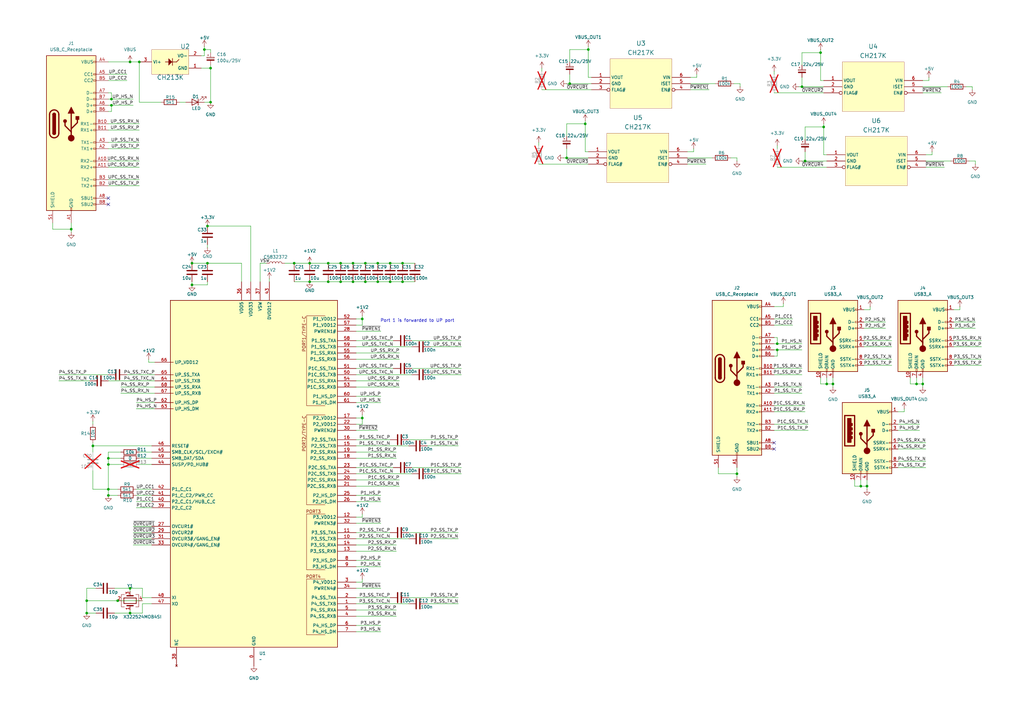
<source format=kicad_sch>
(kicad_sch (version 20250114) (generator "eeschema") (generator_version "9.0")
  (paper "A3")
  (text "Port 1 is forwarded to UP port" (at 171.196 131.572 0) (effects (font (size 1.27 1.27))))
  (junction (at 139.7 115.57))
  (junction (at 57.15 25.4))
  (junction (at 134.62 107.95))
  (junction (at 355.6 199.39))
  (junction (at 29.21 93.98))
  (junction (at 144.78 115.57))
  (junction (at 134.62 115.57))
  (junction (at 86.36 41.91))
  (junction (at 38.1 182.88))
  (junction (at 148.59 171.45))
  (junction (at 120.65 107.95))
  (junction (at 149.86 115.57))
  (junction (at 53.34 241.3))
  (junction (at 144.78 107.95))
  (junction (at 378.46 157.48))
  (junction (at 160.02 107.95))
  (junction (at 241.3 20.32))
  (junction (at 45.72 40.64))
  (junction (at 53.34 251.46))
  (junction (at 165.1 115.57))
  (junction (at 139.7 107.95))
  (junction (at 45.72 43.18))
  (junction (at 85.09 92.71))
  (junction (at 337.82 52.07))
  (junction (at 330.2 66.04))
  (junction (at 339.09 157.48))
  (junction (at 318.77 143.51))
  (junction (at 302.26 194.31))
  (junction (at 78.74 116.84))
  (junction (at 165.1 107.95))
  (junction (at 48.26 246.38))
  (junction (at 353.06 199.39))
  (junction (at 328.93 35.56))
  (junction (at 375.92 157.48))
  (junction (at 86.36 27.94))
  (junction (at 35.56 246.38))
  (junction (at 44.45 203.2))
  (junction (at 318.77 140.97))
  (junction (at 53.34 25.4))
  (junction (at 127 115.57))
  (junction (at 160.02 115.57))
  (junction (at 83.82 20.32))
  (junction (at 148.59 130.81))
  (junction (at 149.86 107.95))
  (junction (at 341.63 157.48))
  (junction (at 85.09 107.95))
  (junction (at 336.55 21.59))
  (junction (at 240.03 50.8))
  (junction (at 44.45 200.66))
  (junction (at 44.45 187.96))
  (junction (at 154.94 107.95))
  (junction (at 233.68 34.29))
  (junction (at 78.74 107.95))
  (junction (at 232.41 64.77))
  (junction (at 35.56 251.46))
  (junction (at 154.94 115.57))
  (junction (at 127 107.95))
  (junction (at 44.45 190.5))
  (no_connect (at 44.45 83.82))
  (no_connect (at 317.5 181.61))
  (no_connect (at 44.45 81.28))
  (no_connect (at 317.5 184.15))
  (wire (pts (xy 148.59 130.81) (xy 148.59 133.35)))
  (wire (pts (xy 285.75 31.75) (xy 283.21 31.75)))
  (wire (pts (xy 53.34 25.4) (xy 57.15 25.4)))
  (wire (pts (xy 86.36 21.59) (xy 86.36 20.32)))
  (wire (pts (xy 83.82 22.86) (xy 83.82 20.32)))
  (wire (pts (xy 45.72 43.18) (xy 44.45 43.18)))
  (wire (pts (xy 327.66 35.56) (xy 328.93 35.56)))
  (wire (pts (xy 375.92 157.48) (xy 378.46 157.48)))
  (wire (pts (xy 46.99 251.46) (xy 53.34 251.46)))
  (wire (pts (xy 83.82 20.32) (xy 86.36 20.32)))
  (wire (pts (xy 240.03 62.23) (xy 241.3 62.23)))
  (wire (pts (xy 377.19 176.53) (xy 368.3 176.53)))
  (wire (pts (xy 102.87 92.71) (xy 102.87 115.57)))
  (wire (pts (xy 160.02 115.57) (xy 165.1 115.57)))
  (wire (pts (xy 381 33.02) (xy 378.46 33.02)))
  (wire (pts (xy 85.09 107.95) (xy 78.74 107.95)))
  (wire (pts (xy 58.42 247.65) (xy 58.42 251.46)))
  (wire (pts (xy 233.68 25.4) (xy 233.68 20.32)))
  (wire (pts (xy 57.15 73.66) (xy 44.45 73.66)))
  (wire (pts (xy 363.22 134.62) (xy 354.33 134.62)))
  (wire (pts (xy 222.25 36.83) (xy 242.57 36.83)))
  (wire (pts (xy 146.05 252.73) (xy 162.56 252.73)))
  (wire (pts (xy 52.07 33.02) (xy 44.45 33.02)))
  (wire (pts (xy 318.77 143.51) (xy 328.93 143.51)))
  (wire (pts (xy 232.41 55.88) (xy 232.41 50.8)))
  (wire (pts (xy 156.21 241.3) (xy 146.05 241.3)))
  (wire (pts (xy 146.05 130.81) (xy 148.59 130.81)))
  (wire (pts (xy 381 31.75) (xy 381 33.02)))
  (wire (pts (xy 57.15 66.04) (xy 44.45 66.04)))
  (wire (pts (xy 146.05 212.09) (xy 148.59 212.09)))
  (wire (pts (xy 99.06 107.95) (xy 99.06 115.57)))
  (wire (pts (xy 337.82 63.5) (xy 339.09 63.5)))
  (wire (pts (xy 302.26 64.77) (xy 302.26 66.04)))
  (wire (pts (xy 302.26 191.77) (xy 302.26 194.31)))
  (wire (pts (xy 38.1 182.88) (xy 62.23 182.88)))
  (wire (pts (xy 382.27 63.5) (xy 379.73 63.5)))
  (wire (pts (xy 339.09 154.94) (xy 339.09 157.48)))
  (wire (pts (xy 146.05 238.76) (xy 148.59 238.76)))
  (wire (pts (xy 127 107.95) (xy 134.62 107.95)))
  (wire (pts (xy 379.73 181.61) (xy 368.3 181.61)))
  (wire (pts (xy 106.68 107.95) (xy 109.22 107.95)))
  (wire (pts (xy 318.77 140.97) (xy 328.93 140.97)))
  (wire (pts (xy 167.64 180.34) (xy 187.96 180.34)))
  (wire (pts (xy 146.05 151.13) (xy 161.29 151.13)))
  (wire (pts (xy 55.88 205.74) (xy 62.23 205.74)))
  (wire (pts (xy 398.78 35.56) (xy 398.78 36.83)))
  (wire (pts (xy 232.41 34.29) (xy 233.68 34.29)))
  (wire (pts (xy 46.99 241.3) (xy 53.34 241.3)))
  (wire (pts (xy 317.5 158.75) (xy 328.93 158.75)))
  (wire (pts (xy 402.59 142.24) (xy 391.16 142.24)))
  (wire (pts (xy 317.5 146.05) (xy 318.77 146.05)))
  (wire (pts (xy 240.03 49.53) (xy 240.03 50.8)))
  (wire (pts (xy 146.05 165.1) (xy 156.21 165.1)))
  (wire (pts (xy 402.59 149.86) (xy 391.16 149.86)))
  (wire (pts (xy 44.45 25.4) (xy 53.34 25.4)))
  (wire (pts (xy 146.05 180.34) (xy 160.02 180.34)))
  (wire (pts (xy 176.53 194.31) (xy 189.23 194.31)))
  (wire (pts (xy 370.84 168.91) (xy 370.84 167.64)))
  (wire (pts (xy 146.05 147.32) (xy 163.83 147.32)))
  (wire (pts (xy 35.56 251.46) (xy 35.56 246.38)))
  (wire (pts (xy 146.05 185.42) (xy 162.56 185.42)))
  (wire (pts (xy 393.7 127) (xy 393.7 125.73)))
  (wire (pts (xy 290.83 36.83) (xy 283.21 36.83)))
  (wire (pts (xy 58.42 251.46) (xy 53.34 251.46)))
  (wire (pts (xy 83.82 41.91) (xy 86.36 41.91)))
  (wire (pts (xy 317.5 38.1) (xy 337.82 38.1)))
  (wire (pts (xy 148.59 129.54) (xy 148.59 130.81)))
  (wire (pts (xy 38.1 200.66) (xy 44.45 200.66)))
  (wire (pts (xy 57.15 187.96) (xy 62.23 187.96)))
  (wire (pts (xy 149.86 107.95) (xy 154.94 107.95)))
  (wire (pts (xy 146.05 196.85) (xy 163.83 196.85)))
  (wire (pts (xy 38.1 182.88) (xy 38.1 185.42)))
  (wire (pts (xy 156.21 135.89) (xy 146.05 135.89)))
  (wire (pts (xy 21.59 93.98) (xy 29.21 93.98)))
  (wire (pts (xy 317.5 29.21) (xy 317.5 30.48)))
  (wire (pts (xy 328.93 21.59) (xy 336.55 21.59)))
  (wire (pts (xy 400.05 134.62) (xy 391.16 134.62)))
  (wire (pts (xy 58.42 241.3) (xy 58.42 245.11)))
  (wire (pts (xy 146.05 171.45) (xy 148.59 171.45)))
  (wire (pts (xy 402.59 139.7) (xy 391.16 139.7)))
  (wire (pts (xy 45.72 40.64) (xy 44.45 40.64)))
  (wire (pts (xy 146.05 203.2) (xy 156.21 203.2)))
  (wire (pts (xy 355.6 196.85) (xy 355.6 199.39)))
  (wire (pts (xy 146.05 139.7) (xy 161.29 139.7)))
  (wire (pts (xy 146.05 191.77) (xy 161.29 191.77)))
  (wire (pts (xy 175.26 182.88) (xy 187.96 182.88)))
  (wire (pts (xy 146.05 158.75) (xy 163.83 158.75)))
  (wire (pts (xy 285.75 30.48) (xy 285.75 31.75)))
  (wire (pts (xy 57.15 185.42) (xy 62.23 185.42)))
  (wire (pts (xy 54.61 40.64) (xy 45.72 40.64)))
  (wire (pts (xy 38.1 193.04) (xy 38.1 200.66)))
  (wire (pts (xy 175.26 247.65) (xy 187.96 247.65)))
  (wire (pts (xy 82.55 22.86) (xy 83.82 22.86)))
  (wire (pts (xy 48.26 246.38) (xy 58.42 246.38)))
  (wire (pts (xy 146.05 226.06) (xy 162.56 226.06)))
  (wire (pts (xy 232.41 50.8) (xy 240.03 50.8)))
  (wire (pts (xy 44.45 200.66) (xy 44.45 203.2)))
  (wire (pts (xy 154.94 115.57) (xy 160.02 115.57)))
  (wire (pts (xy 232.41 64.77) (xy 241.3 64.77)))
  (wire (pts (xy 146.05 220.98) (xy 167.64 220.98)))
  (wire (pts (xy 57.15 76.2) (xy 44.45 76.2)))
  (wire (pts (xy 35.56 246.38) (xy 35.56 241.3)))
  (wire (pts (xy 341.63 154.94) (xy 341.63 157.48)))
  (wire (pts (xy 146.05 187.96) (xy 162.56 187.96)))
  (wire (pts (xy 167.64 218.44) (xy 187.96 218.44)))
  (wire (pts (xy 302.26 194.31) (xy 302.26 195.58)))
  (wire (pts (xy 73.66 41.91) (xy 76.2 41.91)))
  (wire (pts (xy 379.73 66.04) (xy 389.89 66.04)))
  (wire (pts (xy 57.15 58.42) (xy 44.45 58.42)))
  (wire (pts (xy 317.5 138.43) (xy 318.77 138.43)))
  (wire (pts (xy 317.5 125.73) (xy 321.31 125.73)))
  (wire (pts (xy 78.74 115.57) (xy 78.74 116.84)))
  (wire (pts (xy 387.35 68.58) (xy 379.73 68.58)))
  (wire (pts (xy 233.68 34.29) (xy 242.57 34.29)))
  (wire (pts (xy 134.62 107.95) (xy 139.7 107.95)))
  (wire (pts (xy 233.68 30.48) (xy 233.68 34.29)))
  (wire (pts (xy 318.77 143.51) (xy 318.77 146.05)))
  (wire (pts (xy 63.5 153.67) (xy 52.07 153.67)))
  (wire (pts (xy 318.77 138.43) (xy 318.77 140.97)))
  (wire (pts (xy 52.07 30.48) (xy 44.45 30.48)))
  (wire (pts (xy 400.05 132.08) (xy 391.16 132.08)))
  (wire (pts (xy 44.45 190.5) (xy 44.45 200.66)))
  (wire (pts (xy 86.36 41.91) (xy 86.36 27.94)))
  (wire (pts (xy 400.05 66.04) (xy 400.05 67.31)))
  (wire (pts (xy 149.86 115.57) (xy 154.94 115.57)))
  (wire (pts (xy 168.91 191.77) (xy 189.23 191.77)))
  (wire (pts (xy 303.53 34.29) (xy 303.53 35.56)))
  (wire (pts (xy 355.6 199.39) (xy 355.6 200.66)))
  (wire (pts (xy 53.34 241.3) (xy 58.42 241.3)))
  (wire (pts (xy 82.55 27.94) (xy 86.36 27.94)))
  (wire (pts (xy 120.65 107.95) (xy 127 107.95)))
  (wire (pts (xy 48.26 200.66) (xy 44.45 200.66)))
  (wire (pts (xy 373.38 157.48) (xy 375.92 157.48)))
  (wire (pts (xy 127 115.57) (xy 134.62 115.57)))
  (wire (pts (xy 363.22 132.08) (xy 354.33 132.08)))
  (wire (pts (xy 106.68 115.57) (xy 106.68 107.95)))
  (wire (pts (xy 154.94 176.53) (xy 146.05 176.53)))
  (wire (pts (xy 353.06 199.39) (xy 355.6 199.39)))
  (wire (pts (xy 294.64 194.31) (xy 302.26 194.31)))
  (wire (pts (xy 328.93 66.04) (xy 330.2 66.04)))
  (wire (pts (xy 55.88 165.1) (xy 63.5 165.1)))
  (wire (pts (xy 373.38 154.94) (xy 373.38 157.48)))
  (wire (pts (xy 336.55 21.59) (xy 336.55 33.02)))
  (wire (pts (xy 325.12 133.35) (xy 317.5 133.35)))
  (wire (pts (xy 57.15 68.58) (xy 44.45 68.58)))
  (wire (pts (xy 53.34 251.46) (xy 53.34 250.19)))
  (wire (pts (xy 330.2 62.23) (xy 330.2 66.04)))
  (wire (pts (xy 222.25 27.94) (xy 222.25 29.21)))
  (wire (pts (xy 176.53 153.67) (xy 189.23 153.67)))
  (wire (pts (xy 396.24 35.56) (xy 398.78 35.56)))
  (wire (pts (xy 220.98 67.31) (xy 241.3 67.31)))
  (wire (pts (xy 330.2 166.37) (xy 317.5 166.37)))
  (wire (pts (xy 35.56 251.46) (xy 39.37 251.46)))
  (wire (pts (xy 336.55 154.94) (xy 336.55 157.48)))
  (wire (pts (xy 154.94 107.95) (xy 160.02 107.95)))
  (wire (pts (xy 294.64 191.77) (xy 294.64 194.31)))
  (wire (pts (xy 330.2 57.15) (xy 330.2 52.07)))
  (wire (pts (xy 63.5 156.21) (xy 44.45 156.21)))
  (wire (pts (xy 116.84 107.95) (xy 120.65 107.95)))
  (wire (pts (xy 146.05 250.19) (xy 162.56 250.19)))
  (wire (pts (xy 63.5 161.29) (xy 49.53 161.29)))
  (wire (pts (xy 146.05 153.67) (xy 168.91 153.67)))
  (wire (pts (xy 44.45 38.1) (xy 45.72 38.1)))
  (wire (pts (xy 58.42 245.11) (xy 62.23 245.11)))
  (wire (pts (xy 146.05 162.56) (xy 156.21 162.56)))
  (wire (pts (xy 134.62 115.57) (xy 139.7 115.57)))
  (wire (pts (xy 328.93 153.67) (xy 317.5 153.67)))
  (wire (pts (xy 378.46 35.56) (xy 388.62 35.56)))
  (wire (pts (xy 337.82 50.8) (xy 337.82 52.07)))
  (wire (pts (xy 146.05 182.88) (xy 167.64 182.88)))
  (wire (pts (xy 382.27 62.23) (xy 382.27 63.5)))
  (wire (pts (xy 160.02 107.95) (xy 165.1 107.95)))
  (wire (pts (xy 146.05 144.78) (xy 163.83 144.78)))
  (wire (pts (xy 49.53 185.42) (xy 44.45 185.42)))
  (wire (pts (xy 350.52 196.85) (xy 350.52 199.39)))
  (wire (pts (xy 110.49 114.3) (xy 110.49 115.57)))
  (wire (pts (xy 375.92 154.94) (xy 375.92 157.48)))
  (wire (pts (xy 38.1 172.72) (xy 38.1 173.99)))
  (wire (pts (xy 156.21 229.87) (xy 146.05 229.87)))
  (wire (pts (xy 241.3 19.05) (xy 241.3 20.32)))
  (wire (pts (xy 53.34 242.57) (xy 53.34 241.3)))
  (wire (pts (xy 317.5 173.99) (xy 331.47 173.99)))
  (wire (pts (xy 377.19 173.99) (xy 368.3 173.99)))
  (wire (pts (xy 139.7 107.95) (xy 144.78 107.95)))
  (wire (pts (xy 139.7 115.57) (xy 144.78 115.57)))
  (wire (pts (xy 55.88 208.28) (xy 62.23 208.28)))
  (wire (pts (xy 232.41 60.96) (xy 232.41 64.77)))
  (wire (pts (xy 44.45 153.67) (xy 24.13 153.67)))
  (wire (pts (xy 354.33 127) (xy 356.87 127)))
  (wire (pts (xy 148.59 171.45) (xy 148.59 173.99)))
  (wire (pts (xy 317.5 176.53) (xy 331.47 176.53)))
  (wire (pts (xy 60.96 147.32) (xy 60.96 148.59)))
  (wire (pts (xy 328.93 31.75) (xy 328.93 35.56)))
  (wire (pts (xy 289.56 67.31) (xy 281.94 67.31)))
  (wire (pts (xy 44.45 185.42) (xy 44.45 187.96)))
  (wire (pts (xy 156.21 232.41) (xy 146.05 232.41)))
  (wire (pts (xy 57.15 60.96) (xy 44.45 60.96)))
  (wire (pts (xy 328.93 151.13) (xy 317.5 151.13)))
  (wire (pts (xy 330.2 168.91) (xy 317.5 168.91)))
  (wire (pts (xy 144.78 107.95) (xy 149.86 107.95)))
  (wire (pts (xy 300.99 34.29) (xy 303.53 34.29)))
  (wire (pts (xy 321.31 125.73) (xy 321.31 124.46)))
  (wire (pts (xy 55.88 200.66) (xy 62.23 200.66)))
  (wire (pts (xy 341.63 157.48) (xy 341.63 158.75)))
  (wire (pts (xy 330.2 52.07) (xy 337.82 52.07)))
  (wire (pts (xy 284.48 60.96) (xy 284.48 62.23)))
  (wire (pts (xy 146.05 194.31) (xy 168.91 194.31)))
  (wire (pts (xy 146.05 247.65) (xy 167.64 247.65)))
  (wire (pts (xy 391.16 127) (xy 393.7 127)))
  (wire (pts (xy 378.46 154.94) (xy 378.46 157.48)))
  (wire (pts (xy 85.09 116.84) (xy 78.74 116.84)))
  (wire (pts (xy 317.5 140.97) (xy 318.77 140.97)))
  (wire (pts (xy 85.09 92.71) (xy 102.87 92.71)))
  (wire (pts (xy 330.2 66.04) (xy 339.09 66.04)))
  (wire (pts (xy 283.21 34.29) (xy 293.37 34.29)))
  (wire (pts (xy 156.21 256.54) (xy 146.05 256.54)))
  (wire (pts (xy 148.59 170.18) (xy 148.59 171.45)))
  (wire (pts (xy 62.23 247.65) (xy 58.42 247.65)))
  (wire (pts (xy 281.94 64.77) (xy 292.1 64.77)))
  (wire (pts (xy 63.5 148.59) (xy 60.96 148.59)))
  (wire (pts (xy 86.36 26.67) (xy 86.36 27.94)))
  (wire (pts (xy 54.61 215.9) (xy 62.23 215.9)))
  (wire (pts (xy 85.09 100.33) (xy 85.09 101.6)))
  (wire (pts (xy 44.45 187.96) (xy 49.53 187.96)))
  (wire (pts (xy 397.51 66.04) (xy 400.05 66.04)))
  (wire (pts (xy 378.46 157.48) (xy 378.46 158.75)))
  (wire (pts (xy 156.21 259.08) (xy 146.05 259.08)))
  (wire (pts (xy 148.59 133.35) (xy 146.05 133.35)))
  (wire (pts (xy 241.3 31.75) (xy 242.57 31.75)))
  (wire (pts (xy 55.88 167.64) (xy 63.5 167.64)))
  (wire (pts (xy 148.59 237.49) (xy 148.59 238.76)))
  (wire (pts (xy 317.5 143.51) (xy 318.77 143.51)))
  (wire (pts (xy 231.14 64.77) (xy 232.41 64.77)))
  (wire (pts (xy 29.21 93.98) (xy 29.21 95.25)))
  (wire (pts (xy 54.61 43.18) (xy 45.72 43.18)))
  (wire (pts (xy 85.09 115.57) (xy 85.09 116.84)))
  (wire (pts (xy 175.26 220.98) (xy 187.96 220.98)))
  (wire (pts (xy 337.82 52.07) (xy 337.82 63.5)))
  (wire (pts (xy 144.78 115.57) (xy 149.86 115.57)))
  (wire (pts (xy 57.15 190.5) (xy 62.23 190.5)))
  (wire (pts (xy 168.91 151.13) (xy 189.23 151.13)))
  (wire (pts (xy 336.55 157.48) (xy 339.09 157.48)))
  (wire (pts (xy 336.55 20.32) (xy 336.55 21.59)))
  (wire (pts (xy 85.09 107.95) (xy 99.06 107.95)))
  (wire (pts (xy 402.59 147.32) (xy 391.16 147.32)))
  (wire (pts (xy 44.45 53.34) (xy 57.15 53.34)))
  (wire (pts (xy 368.3 168.91) (xy 370.84 168.91)))
  (wire (pts (xy 44.45 50.8) (xy 57.15 50.8)))
  (wire (pts (xy 35.56 246.38) (xy 48.26 246.38)))
  (wire (pts (xy 318.77 68.58) (xy 339.09 68.58)))
  (wire (pts (xy 240.03 50.8) (xy 240.03 62.23)))
  (wire (pts (xy 317.5 161.29) (xy 328.93 161.29)))
  (wire (pts (xy 299.72 64.77) (xy 302.26 64.77)))
  (wire (pts (xy 120.65 115.57) (xy 127 115.57)))
  (wire (pts (xy 365.76 142.24) (xy 354.33 142.24)))
  (wire (pts (xy 146.05 205.74) (xy 156.21 205.74)))
  (wire (pts (xy 365.76 139.7) (xy 354.33 139.7)))
  (wire (pts (xy 57.15 41.91) (xy 57.15 25.4)))
  (wire (pts (xy 241.3 20.32) (xy 241.3 31.75)))
  (wire (pts (xy 148.59 210.82) (xy 148.59 212.09)))
  (wire (pts (xy 44.45 187.96) (xy 44.45 190.5)))
  (wire (pts (xy 146.05 218.44) (xy 160.02 218.44)))
  (wire (pts (xy 328.93 35.56) (xy 337.82 35.56)))
  (wire (pts (xy 146.05 142.24) (xy 168.91 142.24)))
  (wire (pts (xy 146.05 223.52) (xy 162.56 223.52)))
  (wire (pts (xy 146.05 156.21) (xy 163.83 156.21)))
  (wire (pts (xy 63.5 158.75) (xy 49.53 158.75)))
  (wire (pts (xy 21.59 91.44) (xy 21.59 93.98)))
  (wire (pts (xy 325.12 130.81) (xy 317.5 130.81)))
  (wire (pts (xy 284.48 62.23) (xy 281.94 62.23)))
  (wire (pts (xy 36.83 156.21) (xy 24.13 156.21)))
  (wire (pts (xy 379.73 191.77) (xy 368.3 191.77)))
  (wire (pts (xy 318.77 59.69) (xy 318.77 60.96)))
  (wire (pts (xy 45.72 43.18) (xy 45.72 45.72)))
  (wire (pts (xy 38.1 181.61) (xy 38.1 182.88)))
  (wire (pts (xy 168.91 139.7) (xy 189.23 139.7)))
  (wire (pts (xy 353.06 196.85) (xy 353.06 199.39)))
  (wire (pts (xy 35.56 241.3) (xy 39.37 241.3)))
  (wire (pts (xy 350.52 199.39) (xy 353.06 199.39)))
  (wire (pts (xy 83.82 20.32) (xy 83.82 19.05)))
  (wire (pts (xy 220.98 58.42) (xy 220.98 59.69)))
  (wire (pts (xy 336.55 33.02) (xy 337.82 33.02)))
  (wire (pts (xy 54.61 223.52) (xy 62.23 223.52)))
  (wire (pts (xy 29.21 91.44) (xy 29.21 93.98)))
  (wire (pts (xy 44.45 190.5) (xy 49.53 190.5)))
  (wire (pts (xy 54.61 218.44) (xy 62.23 218.44)))
  (wire (pts (xy 356.87 127) (xy 356.87 125.73)))
  (wire (pts (xy 146.05 245.11) (xy 160.02 245.11)))
  (wire (pts (xy 44.45 45.72) (xy 45.72 45.72)))
  (wire (pts (xy 386.08 38.1) (xy 378.46 38.1)))
  (wire (pts (xy 233.68 20.32) (xy 241.3 20.32)))
  (wire (pts (xy 54.61 220.98) (xy 62.23 220.98)))
  (wire (pts (xy 156.21 214.63) (xy 146.05 214.63)))
  (wire (pts (xy 146.05 199.39) (xy 163.83 199.39)))
  (wire (pts (xy 55.88 203.2) (xy 62.23 203.2)))
  (wire (pts (xy 165.1 115.57) (xy 170.18 115.57)))
  (wire (pts (xy 365.76 147.32) (xy 354.33 147.32)))
  (wire (pts (xy 167.64 245.11) (xy 187.96 245.11)))
  (wire (pts (xy 339.09 157.48) (xy 341.63 157.48)))
  (wire (pts (xy 176.53 142.24) (xy 189.23 142.24)))
  (wire (pts (xy 165.1 107.95) (xy 170.18 107.95)))
  (wire (pts (xy 328.93 26.67) (xy 328.93 21.59)))
  (wire (pts (xy 365.76 149.86) (xy 354.33 149.86)))
  (wire (pts (xy 379.73 189.23) (xy 368.3 189.23)))
  (wire (pts (xy 44.45 203.2) (xy 48.26 203.2)))
  (wire (pts (xy 148.59 173.99) (xy 146.05 173.99)))
  (wire (pts (xy 45.72 38.1) (xy 45.72 40.64)))
  (wire (pts (xy 66.04 41.91) (xy 57.15 41.91)))
  (wire (pts (xy 379.73 184.15) (xy 368.3 184.15)))
  (label "UP_SS_RX_P" (at 57.15 53.34 180))
  (label "~{PWREN1}" (at 290.83 36.83 180))
  (label "UP_SS_TX_N" (at 57.15 58.42 180))
  (label "UPC_SS_RX_P" (at 57.15 68.58 180))
  (label "P3_SS_TX_N" (at 402.59 147.32 180))
  (label "P1_SS_TXC_N" (at 160.02 182.88 180))
  (label "P1C_SS_RX_P" (at 163.83 196.85 180))
  (label "~{PWREN1}" (at 156.21 135.89 180))
  (label "P4_SS_TX_N" (at 379.73 189.23 180))
  (label "P2_HS_N" (at 363.22 132.08 180))
  (label "P4_SS_RX_P" (at 49.53 158.75 0))
  (label "P4_SS_TX_P" (at 24.13 153.67 0))
  (label "UP_HS_P" (at 54.61 43.18 180))
  (label "~{PWREN4}" (at 387.35 68.58 180))
  (label "P1C_SS_RX_N" (at 163.83 199.39 180))
  (label "P3_SS_RX_N" (at 402.59 139.7 180))
  (label "UPC_SS_RX_N" (at 57.15 66.04 180))
  (label "UP_CC1" (at 55.88 200.66 0))
  (label "UP_CC2" (at 55.88 203.2 0))
  (label "P1_HS_P" (at 156.21 203.2 180))
  (label "P3_SS_RX_P" (at 402.59 142.24 180))
  (label "UP_SS_TX_P" (at 189.23 139.7 180))
  (label "P2_HS_P" (at 363.22 134.62 180))
  (label "P2_SS_RX_N" (at 365.76 142.24 180))
  (label "~{OVRCUR1}" (at 232.41 36.83 0))
  (label "P3_SS_RX_N" (at 162.56 252.73 180))
  (label "UP_SS_TXC_N" (at 161.29 142.24 180))
  (label "P1C_SS_TX_P" (at 189.23 191.77 180))
  (label "P3_SS_RX_P" (at 162.56 250.19 180))
  (label "P1C_SS_TX_N" (at 189.23 194.31 180))
  (label "P2_SS_TX_P" (at 187.96 218.44 180))
  (label "P3_SS_TX_P" (at 187.96 245.11 180))
  (label "P4_SS_RX_P" (at 379.73 184.15 180))
  (label "UPC_SS_TX_N" (at 189.23 153.67 180))
  (label "P4_SS_TXC_N" (at 63.5 156.21 180))
  (label "P2_SS_RX_N" (at 162.56 226.06 180))
  (label "P4_HS_P" (at 377.19 176.53 180))
  (label "P2_SS_RX_P" (at 365.76 139.7 180))
  (label "P2_SS_TX_N" (at 187.96 220.98 180))
  (label "P2_SS_TX_P" (at 365.76 149.86 180))
  (label "P1_SS_RX_N" (at 162.56 187.96 180))
  (label "UP_SS_RX_N" (at 57.15 50.8 180))
  (label "P1_SS_TX_N" (at 187.96 182.88 180))
  (label "VSW" (at 106.68 107.95 0))
  (label "UPC_SS_TXC_N" (at 161.29 153.67 180))
  (label "P1C_SS_RX_P" (at 330.2 168.91 180))
  (label "~{OVRCUR3}" (at 241.3 67.31 180))
  (label "P2_HS_P" (at 156.21 229.87 180))
  (label "~{OVRCUR4}" (at 337.82 68.58 180))
  (label "UPC_SS_RX_P" (at 163.83 156.21 180))
  (label "P3_HS_P" (at 400.05 134.62 180))
  (label "~{OVRCUR2}" (at 337.82 38.1 180))
  (label "UPC_SS_TX_N" (at 57.15 73.66 180))
  (label "P1_SS_TX_P" (at 187.96 180.34 180))
  (label "P1_CC2" (at 55.88 208.28 0))
  (label "P1_SS_TXC_P" (at 160.02 180.34 180))
  (label "~{OVRCUR4}" (at 54.61 223.52 0))
  (label "P4_SS_RX_N" (at 379.73 181.61 180))
  (label "P2_SS_TXC_P" (at 160.02 218.44 180))
  (label "~{OVRCUR3}" (at 54.61 220.98 0))
  (label "P2_HS_N" (at 156.21 232.41 180))
  (label "P3_SS_TX_N" (at 187.96 247.65 180))
  (label "P3_SS_TXC_P" (at 160.02 245.11 180))
  (label "P1_CC1" (at 325.12 130.81 180))
  (label "~{PWREN3}" (at 156.21 214.63 180))
  (label "UP_HS_P" (at 156.21 162.56 180))
  (label "~{OVRCUR1}" (at 54.61 215.9 0))
  (label "P3_HS_N" (at 400.05 132.08 180))
  (label "P4_HS_P" (at 55.88 165.1 0))
  (label "P1_HS_P" (at 328.93 143.51 180))
  (label "P1_SS_RX_P" (at 162.56 185.42 180))
  (label "P1_SS_RX_P" (at 328.93 153.67 180))
  (label "UPC_SS_TX_P" (at 189.23 151.13 180))
  (label "~{PWREN3}" (at 289.56 67.31 180))
  (label "P3_HS_N" (at 156.21 259.08 180))
  (label "UP_SS_RX_P" (at 163.83 144.78 180))
  (label "P1C_SS_TXC_P" (at 161.29 191.77 180))
  (label "P4_SS_TX_N" (at 24.13 156.21 0))
  (label "~{OVRCUR2}" (at 54.61 218.44 0))
  (label "P3_SS_TX_P" (at 402.59 149.86 180))
  (label "UP_HS_N" (at 156.21 165.1 180))
  (label "P1C_SS_TX_N" (at 331.47 173.99 180))
  (label "UP_SS_TXC_P" (at 161.29 139.7 180))
  (label "UP_SS_RX_N" (at 163.83 147.32 180))
  (label "P1_HS_N" (at 328.93 140.97 180))
  (label "P1C_SS_TXC_N" (at 161.29 194.31 180))
  (label "P4_HS_N" (at 377.19 173.99 180))
  (label "UPC_SS_TXC_P" (at 161.29 151.13 180))
  (label "P2_SS_TX_N" (at 365.76 147.32 180))
  (label "UP_SS_TX_P" (at 57.15 60.96 180))
  (label "P1C_SS_TX_P" (at 331.47 176.53 180))
  (label "UP_SS_TX_N" (at 189.23 142.24 180))
  (label "P1_CC2" (at 325.12 133.35 180))
  (label "P4_SS_TXC_P" (at 63.5 153.67 180))
  (label "UP_HS_N" (at 54.61 40.64 180))
  (label "UPC_SS_TX_P" (at 57.15 76.2 180))
  (label "P1_CC1" (at 55.88 205.74 0))
  (label "~{PWREN2}" (at 386.08 38.1 180))
  (label "P1C_SS_RX_N" (at 330.2 166.37 180))
  (label "UP_CC1" (at 52.07 30.48 180))
  (label "~{PWREN4}" (at 156.21 241.3 180))
  (label "P4_SS_TX_P" (at 379.73 191.77 180))
  (label "P1_SS_TX_P" (at 328.93 161.29 180))
  (label "P3_HS_P" (at 156.21 256.54 180))
  (label "P1_SS_RX_N" (at 328.93 151.13 180))
  (label "P2_SS_RX_P" (at 162.56 223.52 180))
  (label "P3_SS_TXC_N" (at 160.02 247.65 180))
  (label "UPC_SS_RX_N" (at 163.83 158.75 180))
  (label "P4_HS_N" (at 55.88 167.64 0))
  (label "~{PWREN2}" (at 154.94 176.53 180))
  (label "P1_SS_TX_N" (at 328.93 158.75 180))
  (label "P4_SS_RX_N" (at 49.53 161.29 0))
  (label "P2_SS_TXC_N" (at 160.02 220.98 180))
  (label "P1_HS_N" (at 156.21 205.74 180))
  (label "UP_CC2" (at 52.07 33.02 180))
  (symbol (lib_id "Device:LED") (at 80.01 41.91 180) (unit 1)
    (property "Reference" "D1" (at 80.264 39.624 0))
    (property "Value" "LED" (at 80.518 44.45 0))
    (property "Footprint" "LED_SMD:LED_0805_2012Metric" (effects (hide yes)))
    (property "Description" "Light emitting diode" (effects (hide yes)))
    (property "Sim.Pins" "1=K 2=A" (effects (hide yes)))
  )
  (symbol (lib_id "power:GND") (at 302.26 66.04 0) (unit 1)
    (property "Reference" "#PWR021" (effects (hide yes)))
    (property "Value" "GND" (at 302.26 71.12 0))
    (property "Description" "Power symbol creates a global label with name \"GND\" , ground" (effects (hide yes)))
  )
  (symbol (lib_id "power:GND") (at 85.09 101.6 0) (unit 1)
    (property "Reference" "#PWR044" (effects (hide yes)))
    (property "Value" "GND" (at 85.09 105.156 0))
    (property "Description" "Power symbol creates a global label with name \"GND\" , ground" (effects (hide yes)))
  )
  (symbol (lib_id "Device:C") (at 165.1 191.77 90) (unit 1)
    (property "Reference" "C7" (at 167.386 190.5 90))
    (property "Value" "100n" (at 168.656 193.04 90))
    (property "Footprint" "Capacitor_SMD:C_0402_1005Metric" (effects (hide yes)))
    (property "Description" "Unpolarized capacitor" (effects (hide yes)))
  )
  (symbol (lib_id "power:+5V") (at 78.74 107.95 0) (unit 1)
    (property "Reference" "#PWR038" (effects (hide yes)))
    (property "Value" "+5V" (at 78.74 104.394 0))
    (property "Description" "Power symbol creates a global label with name \"+5V\"" (effects (hide yes)))
  )
  (symbol (lib_id "Device:C") (at 160.02 111.76 180) (unit 1)
    (property "Reference" "C30" (at 161.798 109.474 0))
    (property "Value" "100n" (at 162.814 114.046 0))
    (property "Footprint" "Capacitor_SMD:C_0402_1005Metric" (effects (hide yes)))
    (property "Description" "Unpolarized capacitor" (effects (hide yes)))
  )
  (symbol (lib_id "Device:C") (at 163.83 218.44 90) (unit 1)
    (property "Reference" "C9" (at 166.116 217.17 90))
    (property "Value" "100n" (at 167.386 219.71 90))
    (property "Footprint" "Capacitor_SMD:C_0402_1005Metric" (effects (hide yes)))
    (property "Description" "Unpolarized capacitor" (effects (hide yes)))
  )
  (symbol (lib_id "Device:R") (at 53.34 187.96 90) (unit 1)
    (property "Reference" "R12" (at 58.166 186.944 90))
    (property "Value" "0" (at 53.34 187.96 90))
    (property "Footprint" "Resistor_SMD:R_0603_1608Metric" (effects (hide yes)))
    (property "Description" "Resistor" (effects (hide yes)))
  )
  (symbol (lib_id "Device:C") (at 171.45 182.88 90) (unit 1)
    (property "Reference" "C4" (at 173.736 181.61 90))
    (property "Value" "100n" (at 175.006 184.15 90))
    (property "Footprint" "Capacitor_SMD:C_0402_1005Metric" (effects (hide yes)))
    (property "Description" "Unpolarized capacitor" (effects (hide yes)))
  )
  (symbol (lib_id "power:GND") (at 44.45 203.2 0) (unit 1)
    (property "Reference" "#PWR032" (effects (hide yes)))
    (property "Value" "GND" (at 44.45 208.28 0))
    (property "Description" "Power symbol creates a global label with name \"GND\" , ground" (effects (hide yes)))
  )
  (symbol (lib_id "Device:C") (at 172.72 142.24 90) (unit 1)
    (property "Reference" "C2" (at 175.006 140.97 90))
    (property "Value" "100n" (at 176.276 143.51 90))
    (property "Footprint" "Capacitor_SMD:C_0402_1005Metric" (effects (hide yes)))
    (property "Description" "Unpolarized capacitor" (effects (hide yes)))
  )
  (symbol (lib_id "Device:C_Polarized_Small") (at 232.41 58.42 0) (unit 1)
    (property "Reference" "C18" (at 227.838 55.626 0) (effects (justify left)))
    (property "Value" "22u/25V" (at 232.664 55.626 0) (effects (justify left)))
    (property "Footprint" "Capacitor_SMD:CP_Elec_5x5.4" (effects (hide yes)))
    (property "Description" "Polarized capacitor, small symbol" (effects (hide yes)))
  )
  (symbol (lib_id "Device:C") (at 170.18 111.76 180) (unit 1)
    (property "Reference" "C32" (at 171.958 109.474 0))
    (property "Value" "100n" (at 172.974 114.046 0))
    (property "Footprint" "Capacitor_SMD:C_0402_1005Metric" (effects (hide yes)))
    (property "Description" "Unpolarized capacitor" (effects (hide yes)))
  )
  (symbol (lib_id "power:+3.3V") (at 317.5 29.21 0) (unit 1)
    (property "Reference" "#PWR012" (effects (hide yes)))
    (property "Value" "+3.3V" (at 317.5 24.13 0))
    (property "Description" "Power symbol creates a global label with name \"+3.3V\"" (effects (hide yes)))
  )
  (symbol (lib_id "power:+3.3V") (at 38.1 172.72 0) (unit 1)
    (property "Reference" "#PWR033" (effects (hide yes)))
    (property "Value" "+3.3V" (at 38.1 169.164 0))
    (property "Description" "Power symbol creates a global label with name \"+3.3V\"" (effects (hide yes)))
  )
  (symbol (lib_id "Device:C") (at 134.62 111.76 180) (unit 1)
    (property "Reference" "C25" (at 136.398 109.474 0))
    (property "Value" "100n" (at 137.414 114.046 0))
    (property "Footprint" "Capacitor_SMD:C_0402_1005Metric" (effects (hide yes)))
    (property "Description" "Unpolarized capacitor" (effects (hide yes)))
  )
  (symbol (lib_id "power:GND") (at 303.53 35.56 0) (unit 1)
    (property "Reference" "#PWR04" (effects (hide yes)))
    (property "Value" "GND" (at 303.53 40.64 0))
    (property "Description" "Power symbol creates a global label with name \"GND\" , ground" (effects (hide yes)))
  )
  (symbol (lib_id "power:GND") (at 341.63 158.75 0) (unit 1)
    (property "Reference" "#PWR031" (effects (hide yes)))
    (property "Value" "GND" (at 341.63 163.83 0))
    (property "Description" "Power symbol creates a global label with name \"GND\" , ground" (effects (hide yes)))
  )
  (symbol (lib_id "Device:R") (at 220.98 63.5 180) (unit 1) (dnp yes)
    (property "Reference" "R5" (at 218.948 63.5 90))
    (property "Value" "100k" (at 220.98 63.5 90))
    (property "Footprint" "Resistor_SMD:R_0603_1608Metric" (effects (hide yes)))
    (property "Description" "Resistor" (effects (hide yes)))
  )
  (symbol (lib_id "power:GND") (at 86.36 41.91 0) (unit 1)
    (property "Reference" "#PWR010" (effects (hide yes)))
    (property "Value" "GND" (at 86.36 46.99 0))
    (property "Description" "Power symbol creates a global label with name \"GND\" , ground" (effects (hide yes)))
  )
  (symbol (lib_id "Device:C") (at 43.18 241.3 90) (mirror x) (unit 1)
    (property "Reference" "C34" (at 40.132 239.776 90))
    (property "Value" "10p" (at 46.482 242.824 90))
    (property "Footprint" "Capacitor_SMD:C_0603_1608Metric" (effects (hide yes)))
    (property "Description" "Unpolarized capacitor" (effects (hide yes)))
  )
  (symbol (lib_id "Device:C") (at 139.7 111.76 180) (unit 1)
    (property "Reference" "C26" (at 141.478 109.474 0))
    (property "Value" "100n" (at 142.494 114.046 0))
    (property "Footprint" "Capacitor_SMD:C_0402_1005Metric" (effects (hide yes)))
    (property "Description" "Unpolarized capacitor" (effects (hide yes)))
  )
  (symbol (lib_id "power:GND") (at 29.21 95.25 0) (unit 1)
    (property "Reference" "#PWR09" (effects (hide yes)))
    (property "Value" "GND" (at 29.21 100.33 0))
    (property "Description" "Power symbol creates a global label with name \"GND\" , ground" (effects (hide yes)))
  )
  (symbol (lib_id "Device:C") (at 85.09 111.76 0) (mirror y) (unit 1)
    (property "Reference" "C23" (at 84.836 109.474 0) (effects (justify left)))
    (property "Value" "1u" (at 84.836 114.046 0) (effects (justify left)))
    (property "Footprint" "Capacitor_SMD:C_0805_2012Metric" (effects (hide yes)))
    (property "Description" "Unpolarized capacitor" (effects (hide yes)))
  )
  (symbol (lib_id "Device:R") (at 392.43 35.56 90) (unit 1)
    (property "Reference" "R4" (at 392.43 33.528 90))
    (property "Value" "100k" (at 392.43 35.56 90))
    (property "Footprint" "Resistor_SMD:R_0603_1608Metric" (effects (hide yes)))
    (property "Description" "Resistor" (effects (hide yes)))
  )
  (symbol (lib_id "CHXXX:CH213K") (at 77.47 30.48 180) (unit 1)
    (property "Reference" "U2" (at 75.946 19.05 0) (effects (font (size 1.8288 1.8288))))
    (property "Value" "CH213K" (at 69.85 31.75 0) (effects (font (size 1.8288 1.8288))))
    (property "Footprint" "Package_TO_SOT_SMD:SOT-23-3" (effects (hide yes)))
    (property "Description" "Ideal Diode 5V*1A" (effects (hide yes)))
  )
  (symbol (lib_id "Device:R") (at 69.85 41.91 90) (unit 1)
    (property "Reference" "R15" (at 69.85 39.878 90))
    (property "Value" "5k1" (at 69.85 41.91 90))
    (property "Footprint" "Resistor_SMD:R_0603_1608Metric" (effects (hide yes)))
    (property "Description" "Resistor" (effects (hide yes)))
  )
  (symbol (lib_id "power:+3.3V") (at 318.77 59.69 0) (unit 1)
    (property "Reference" "#PWR022" (effects (hide yes)))
    (property "Value" "+3.3V" (at 318.77 54.61 0))
    (property "Description" "Power symbol creates a global label with name \"+3.3V\"" (effects (hide yes)))
  )
  (symbol (lib_id "Device:C") (at 171.45 220.98 90) (unit 1)
    (property "Reference" "C10" (at 173.736 219.71 90))
    (property "Value" "100n" (at 175.006 222.25 90))
    (property "Footprint" "Capacitor_SMD:C_0402_1005Metric" (effects (hide yes)))
    (property "Description" "Unpolarized capacitor" (effects (hide yes)))
  )
  (symbol (lib_id "Device:R") (at 317.5 34.29 180) (unit 1) (dnp yes)
    (property "Reference" "R3" (at 315.468 34.29 90))
    (property "Value" "100k" (at 317.5 34.29 90))
    (property "Footprint" "Resistor_SMD:R_0603_1608Metric" (effects (hide yes)))
    (property "Description" "Resistor" (effects (hide yes)))
  )
  (symbol (lib_id "Connector:USB3_A") (at 341.63 137.16 0) (unit 1)
    (property "Reference" "J3" (at 341.63 118.11 0))
    (property "Value" "USB3_A" (at 341.63 120.65 0))
    (property "Footprint" "Connector_USB:USB3_A_Molex_48393-001" (effects (hide yes)))
    (property "Description" "USB 3.0 A connector" (effects (hide yes)))
  )
  (symbol (lib_id "power:+3.3V") (at 85.09 92.71 0) (unit 1)
    (property "Reference" "#PWR045" (effects (hide yes)))
    (property "Value" "+3.3V" (at 85.09 89.154 0))
    (property "Description" "Power symbol creates a global label with name \"+3.3V\"" (effects (hide yes)))
  )
  (symbol (lib_id "power:VDD") (at 393.7 125.73 0) (unit 1)
    (property "Reference" "#PWR024" (effects (hide yes)))
    (property "Value" "VBUS_OUT3" (at 393.954 121.92 0))
    (property "Description" "Power symbol creates a global label with name \"VDD\"" (effects (hide yes)))
  )
  (symbol (lib_id "power:VDD") (at 336.55 20.32 0) (unit 1)
    (property "Reference" "#PWR03" (effects (hide yes)))
    (property "Value" "VBUS_OUT2" (at 336.55 16.51 0))
    (property "Description" "Power symbol creates a global label with name \"VDD\"" (effects (hide yes)))
  )
  (symbol (lib_id "power:GND") (at 400.05 67.31 0) (unit 1)
    (property "Reference" "#PWR026" (effects (hide yes)))
    (property "Value" "GND" (at 400.05 72.39 0))
    (property "Description" "Power symbol creates a global label with name \"GND\" , ground" (effects (hide yes)))
  )
  (symbol (lib_id "Connector:USB_C_Receptacle") (at 302.26 151.13 0) (unit 1)
    (property "Reference" "J2" (at 302.26 118.11 0))
    (property "Value" "USB_C_Receptacle" (at 302.26 120.65 0))
    (property "Footprint" "Connector_USB:USB_C_Receptacle_Amphenol_12401610E4-2A" (effects (hide yes)))
    (property "Datasheet" "https://www.usb.org/sites/default/files/documents/usb_type-c.zip" (effects (hide yes)))
    (property "Description" "USB Full-Featured Type-C Receptacle connector" (effects (hide yes)))
  )
  (symbol (lib_id "CHXXX:CH217K") (at 346.71 55.88 0) (unit 1)
    (property "Reference" "U6" (at 359.41 49.53 0) (effects (font (size 1.8288 1.8288))))
    (property "Value" "CH217K" (at 359.41 53.34 0) (effects (font (size 1.8288 1.8288))))
    (property "Footprint" "Package_TO_SOT_SMD:SOT-23-6" (effects (hide yes)))
    (property "Description" "Current-Limited USB Power Distribution Switch" (effects (hide yes)))
  )
  (symbol (lib_id "power:+3.3V") (at 220.98 58.42 0) (unit 1)
    (property "Reference" "#PWR017" (effects (hide yes)))
    (property "Value" "+3.3V" (at 220.98 53.34 0))
    (property "Description" "Power symbol creates a global label with name \"+3.3V\"" (effects (hide yes)))
  )
  (symbol (lib_id "Device:R") (at 393.7 66.04 90) (unit 1)
    (property "Reference" "R8" (at 393.7 64.008 90))
    (property "Value" "100k" (at 393.7 66.04 90))
    (property "Footprint" "Resistor_SMD:R_0603_1608Metric" (effects (hide yes)))
    (property "Description" "Resistor" (effects (hide yes)))
  )
  (symbol (lib_id "power:GND") (at 104.14 273.05 0) (unit 1)
    (property "Reference" "#PWR01" (effects (hide yes)))
    (property "Value" "GND" (at 104.14 278.13 0))
    (property "Description" "Power symbol creates a global label with name \"GND\" , ground" (effects (hide yes)))
  )
  (symbol (lib_id "Device:C") (at 149.86 111.76 180) (unit 1)
    (property "Reference" "C28" (at 151.638 109.474 0))
    (property "Value" "100n" (at 152.654 114.046 0))
    (property "Footprint" "Capacitor_SMD:C_0402_1005Metric" (effects (hide yes)))
    (property "Description" "Unpolarized capacitor" (effects (hide yes)))
  )
  (symbol (lib_id "Device:R") (at 318.77 64.77 180) (unit 1) (dnp yes)
    (property "Reference" "R7" (at 316.738 64.77 90))
    (property "Value" "100k" (at 318.77 64.77 90))
    (property "Footprint" "Resistor_SMD:R_0603_1608Metric" (effects (hide yes)))
    (property "Description" "Resistor" (effects (hide yes)))
  )
  (symbol (lib_id "power:GND") (at 35.56 251.46 0) (unit 1)
    (property "Reference" "#PWR046" (effects (hide yes)))
    (property "Value" "GND" (at 35.56 256.54 0))
    (property "Description" "Power symbol creates a global label with name \"GND\" , ground" (effects (hide yes)))
  )
  (symbol (lib_id "Device:C") (at 171.45 247.65 90) (unit 1)
    (property "Reference" "C12" (at 173.736 246.38 90))
    (property "Value" "100n" (at 175.006 248.92 90))
    (property "Footprint" "Capacitor_SMD:C_0402_1005Metric" (effects (hide yes)))
    (property "Description" "Unpolarized capacitor" (effects (hide yes)))
  )
  (symbol (lib_id "power:+5V") (at 381 31.75 0) (unit 1)
    (property "Reference" "#PWR015" (effects (hide yes)))
    (property "Value" "+5V" (at 381 28.194 0))
    (property "Description" "Power symbol creates a global label with name \"+5V\"" (effects (hide yes)))
  )
  (symbol (lib_id "power:+1V2") (at 148.59 237.49 0) (unit 1)
    (property "Reference" "#PWR042" (effects (hide yes)))
    (property "Value" "+1V2" (at 148.59 233.934 0))
    (property "Description" "Power symbol creates a global label with name \"+1V2\"" (effects (hide yes)))
  )
  (symbol (lib_id "Device:R") (at 295.91 64.77 90) (unit 1)
    (property "Reference" "R6" (at 295.91 62.738 90))
    (property "Value" "100k" (at 295.91 64.77 90))
    (property "Footprint" "Resistor_SMD:R_0603_1608Metric" (effects (hide yes)))
    (property "Description" "Resistor" (effects (hide yes)))
  )
  (symbol (lib_id "power:VDD") (at 356.87 125.73 0) (unit 1)
    (property "Reference" "#PWR019" (effects (hide yes)))
    (property "Value" "VBUS_OUT2" (at 356.87 121.92 0))
    (property "Description" "Power symbol creates a global label with name \"VDD\"" (effects (hide yes)))
  )
  (symbol (lib_id "Device:C_Polarized_Small") (at 330.2 59.69 0) (unit 1)
    (property "Reference" "C19" (at 325.628 56.896 0) (effects (justify left)))
    (property "Value" "22u/25V" (at 330.454 56.896 0) (effects (justify left)))
    (property "Footprint" "Capacitor_SMD:CP_Elec_5x5.4" (effects (hide yes)))
    (property "Description" "Polarized capacitor, small symbol" (effects (hide yes)))
  )
  (symbol (lib_id "power:+5V") (at 285.75 30.48 0) (unit 1)
    (property "Reference" "#PWR011" (effects (hide yes)))
    (property "Value" "+5V" (at 285.75 26.924 0))
    (property "Description" "Power symbol creates a global label with name \"+5V\"" (effects (hide yes)))
  )
  (symbol (lib_id "Device:C_Polarized_Small") (at 328.93 29.21 0) (unit 1)
    (property "Reference" "C17" (at 324.358 26.416 0) (effects (justify left)))
    (property "Value" "22u/25V" (at 329.184 26.416 0) (effects (justify left)))
    (property "Footprint" "Capacitor_SMD:CP_Elec_5x5.4" (effects (hide yes)))
    (property "Description" "Polarized capacitor, small symbol" (effects (hide yes)))
  )
  (symbol (lib_id "power:+1V2") (at 148.59 170.18 0) (unit 1)
    (property "Reference" "#PWR040" (effects (hide yes)))
    (property "Value" "+1V2" (at 148.59 166.624 0))
    (property "Description" "Power symbol creates a global label with name \"+1V2\"" (effects (hide yes)))
  )
  (symbol (lib_id "Device:R") (at 53.34 190.5 90) (unit 1) (dnp yes)
    (property "Reference" "R13" (at 58.166 189.484 90))
    (property "Value" "10k" (at 53.34 190.5 90))
    (property "Footprint" "Resistor_SMD:R_0603_1608Metric" (effects (hide yes)))
    (property "Description" "Resistor" (effects (hide yes)))
  )
  (symbol (lib_id "Device:R") (at 38.1 177.8 180) (unit 1)
    (property "Reference" "R14" (at 35.052 177.8 0))
    (property "Value" "10k" (at 38.1 177.8 90))
    (property "Footprint" "Resistor_SMD:R_0603_1608Metric" (effects (hide yes)))
    (property "Description" "Resistor" (effects (hide yes)))
  )
  (symbol (lib_id "Device:L") (at 113.03 107.95 90) (unit 1)
    (property "Reference" "L1" (at 113.03 102.87 90))
    (property "Value" "C5832372" (at 113.03 105.41 90))
    (property "Footprint" "Inductor_SMD:L_Changjiang_FTC201610D" (effects (hide yes)))
    (property "Description" "Inductor" (effects (hide yes)))
  )
  (symbol (lib_id "Connector:USB3_A") (at 355.6 179.07 0) (unit 1)
    (property "Reference" "J5" (at 355.6 160.02 0))
    (property "Value" "USB3_A" (at 355.6 162.56 0))
    (property "Footprint" "Connector_USB:USB3_A_Molex_48393-001" (effects (hide yes)))
    (property "Description" "USB 3.0 A connector" (effects (hide yes)))
  )
  (symbol (lib_id "power:VDD") (at 241.3 19.05 0) (unit 1)
    (property "Reference" "#PWR02" (effects (hide yes)))
    (property "Value" "VBUS_OUT1" (at 241.3 15.24 0))
    (property "Description" "Power symbol creates a global label with name \"VDD\"" (effects (hide yes)))
  )
  (symbol (lib_id "CHXXX:CH217K") (at 248.92 54.61 0) (unit 1)
    (property "Reference" "U5" (at 261.62 48.26 0) (effects (font (size 1.8288 1.8288))))
    (property "Value" "CH217K" (at 261.62 52.07 0) (effects (font (size 1.8288 1.8288))))
    (property "Footprint" "Package_TO_SOT_SMD:SOT-23-6" (effects (hide yes)))
    (property "Description" "Current-Limited USB Power Distribution Switch" (effects (hide yes)))
  )
  (symbol (lib_id "Device:R") (at 52.07 200.66 90) (unit 1)
    (property "Reference" "R9" (at 52.07 198.628 90))
    (property "Value" "5k1" (at 52.07 200.66 90))
    (property "Footprint" "Resistor_SMD:R_0603_1608Metric" (effects (hide yes)))
    (property "Description" "Resistor" (effects (hide yes)))
  )
  (symbol (lib_id "CHXXX:CH217K") (at 345.44 25.4 0) (unit 1)
    (property "Reference" "U4" (at 358.14 19.05 0) (effects (font (size 1.8288 1.8288))))
    (property "Value" "CH217K" (at 358.14 22.86 0) (effects (font (size 1.8288 1.8288))))
    (property "Footprint" "Package_TO_SOT_SMD:SOT-23-6" (effects (hide yes)))
    (property "Description" "Current-Limited USB Power Distribution Switch" (effects (hide yes)))
  )
  (symbol (lib_id "power:+1V2") (at 110.49 114.3 0) (unit 1)
    (property "Reference" "#PWR036" (effects (hide yes)))
    (property "Value" "+1V2" (at 110.49 110.744 0))
    (property "Description" "Power symbol creates a global label with name \"+1V2\"" (effects (hide yes)))
  )
  (symbol (lib_id "power:VDD") (at 321.31 124.46 0) (unit 1)
    (property "Reference" "#PWR014" (effects (hide yes)))
    (property "Value" "VBUS_OUT1" (at 321.31 120.65 0))
    (property "Description" "Power symbol creates a global label with name \"VDD\"" (effects (hide yes)))
  )
  (symbol (lib_id "Connector:USB3_A") (at 378.46 137.16 0) (unit 1)
    (property "Reference" "J4" (at 378.46 118.11 0))
    (property "Value" "USB3_A" (at 378.46 120.65 0))
    (property "Footprint" "Connector_USB:USB3_A_Molex_48393-001" (effects (hide yes)))
    (property "Description" "USB 3.0 A connector" (effects (hide yes)))
  )
  (symbol (lib_id "Device:C_Polarized_Small") (at 86.36 24.13 0) (unit 1)
    (property "Reference" "C16" (at 88.9 22.3138 0) (effects (justify left)))
    (property "Value" "100u/25V" (at 88.9 24.8538 0) (effects (justify left)))
    (property "Footprint" "Capacitor_SMD:CP_Elec_6.3x7.7" (effects (hide yes)))
    (property "Description" "Polarized capacitor, small symbol" (effects (hide yes)))
  )
  (symbol (lib_id "Device:C") (at 144.78 111.76 180) (unit 1)
    (property "Reference" "C27" (at 146.558 109.474 0))
    (property "Value" "100n" (at 147.574 114.046 0))
    (property "Footprint" "Capacitor_SMD:C_0402_1005Metric" (effects (hide yes)))
    (property "Description" "Unpolarized capacitor" (effects (hide yes)))
  )
  (symbol (lib_id "Device:C") (at 40.64 156.21 270) (mirror x) (unit 1)
    (property "Reference" "C14" (at 38.354 154.94 90))
    (property "Value" "100n" (at 37.084 157.48 90))
    (property "Footprint" "Capacitor_SMD:C_0402_1005Metric" (effects (hide yes)))
    (property "Description" "Unpolarized capacitor" (effects (hide yes)))
  )
  (symbol (lib_id "Device:C") (at 127 111.76 0) (unit 1)
    (property "Reference" "C22" (at 127.254 109.474 0) (effects (justify left)))
    (property "Value" "10u" (at 127.254 114.046 0) (effects (justify left)))
    (property "Footprint" "Capacitor_SMD:C_0805_2012Metric" (effects (hide yes)))
    (property "Description" "Unpolarized capacitor" (effects (hide yes)))
  )
  (symbol (lib_id "Device:R") (at 53.34 185.42 90) (unit 1)
    (property "Reference" "R11" (at 58.166 184.404 90))
    (property "Value" "10k" (at 53.34 185.42 90))
    (property "Footprint" "Resistor_SMD:R_0603_1608Metric" (effects (hide yes)))
    (property "Description" "Resistor" (effects (hide yes)))
  )
  (symbol (lib_id "power:+1V2") (at 148.59 210.82 0) (unit 1)
    (property "Reference" "#PWR041" (effects (hide yes)))
    (property "Value" "+1V2" (at 148.59 207.264 0))
    (property "Description" "Power symbol creates a global label with name \"+1V2\"" (effects (hide yes)))
  )
  (symbol (lib_id "power:+3.3V") (at 222.25 27.94 0) (unit 1)
    (property "Reference" "#PWR06" (effects (hide yes)))
    (property "Value" "+3.3V" (at 222.25 22.86 0))
    (property "Description" "Power symbol creates a global label with name \"+3.3V\"" (effects (hide yes)))
  )
  (symbol (lib_id "Device:R") (at 297.18 34.29 90) (unit 1)
    (property "Reference" "R1" (at 297.18 32.258 90))
    (property "Value" "100k" (at 297.18 34.29 90))
    (property "Footprint" "Resistor_SMD:R_0603_1608Metric" (effects (hide yes)))
    (property "Description" "Resistor" (effects (hide yes)))
  )
  (symbol (lib_id "power:GND") (at 231.14 64.77 270) (unit 1)
    (property "Reference" "#PWR018" (effects (hide yes)))
    (property "Value" "GND" (at 227.33 64.7699 90) (effects (justify right)))
    (property "Description" "Power symbol creates a global label with name \"GND\" , ground" (effects (hide yes)))
  )
  (symbol (lib_id "power:GND") (at 328.93 66.04 270) (unit 1)
    (property "Reference" "#PWR023" (effects (hide yes)))
    (property "Value" "GND" (at 325.12 66.0399 90) (effects (justify right)))
    (property "Description" "Power symbol creates a global label with name \"GND\" , ground" (effects (hide yes)))
  )
  (symbol (lib_id "Device:C") (at 120.65 111.76 0) (unit 1)
    (property "Reference" "C21" (at 120.904 109.474 0) (effects (justify left)))
    (property "Value" "1u" (at 120.904 114.046 0) (effects (justify left)))
    (property "Footprint" "Capacitor_SMD:C_0805_2012Metric" (effects (hide yes)))
    (property "Description" "Unpolarized capacitor" (effects (hide yes)))
  )
  (symbol (lib_id "power:VDD") (at 370.84 167.64 0) (unit 1)
    (property "Reference" "#PWR027" (effects (hide yes)))
    (property "Value" "VBUS_OUT4" (at 370.84 163.576 0))
    (property "Description" "Power symbol creates a global label with name \"VDD\"" (effects (hide yes)))
  )
  (symbol (lib_id "Device:C") (at 85.09 96.52 0) (mirror y) (unit 1)
    (property "Reference" "C33" (at 84.836 94.234 0) (effects (justify left)))
    (property "Value" "1u" (at 84.836 98.806 0) (effects (justify left)))
    (property "Footprint" "Capacitor_SMD:C_0805_2012Metric" (effects (hide yes)))
    (property "Description" "Unpolarized capacitor" (effects (hide yes)))
  )
  (symbol (lib_id "power:+5V") (at 284.48 60.96 0) (unit 1)
    (property "Reference" "#PWR020" (effects (hide yes)))
    (property "Value" "+5V" (at 284.48 57.404 0))
    (property "Description" "Power symbol creates a global label with name \"+5V\"" (effects (hide yes)))
  )
  (symbol (lib_id "Device:C") (at 154.94 111.76 180) (unit 1)
    (property "Reference" "C29" (at 156.718 109.474 0))
    (property "Value" "100n" (at 157.734 114.046 0))
    (property "Footprint" "Capacitor_SMD:C_0402_1005Metric" (effects (hide yes)))
    (property "Description" "Unpolarized capacitor" (effects (hide yes)))
  )
  (symbol (lib_id "CHXXX:CH217K") (at 250.19 24.13 0) (unit 1)
    (property "Reference" "U3" (at 262.89 17.78 0) (effects (font (size 1.8288 1.8288))))
    (property "Value" "CH217K" (at 262.89 21.59 0) (effects (font (size 1.8288 1.8288))))
    (property "Footprint" "Package_TO_SOT_SMD:SOT-23-6" (effects (hide yes)))
    (property "Description" "Current-Limited USB Power Distribution Switch" (effects (hide yes)))
  )
  (symbol (lib_id "power:+1V2") (at 148.59 129.54 0) (unit 1)
    (property "Reference" "#PWR039" (effects (hide yes)))
    (property "Value" "+1V2" (at 148.59 125.984 0))
    (property "Description" "Power symbol creates a global label with name \"+1V2\"" (effects (hide yes)))
  )
  (symbol (lib_id "power:VBUS") (at 53.34 25.4 0) (unit 1)
    (property "Reference" "#PWR08" (effects (hide yes)))
    (property "Value" "VBUS" (at 53.34 20.32 0))
    (property "Description" "Power symbol creates a global label with name \"VBUS\"" (effects (hide yes)))
  )
  (symbol (lib_id "power:+5V") (at 83.82 19.05 0) (unit 1)
    (property "Reference" "#PWR07" (effects (hide yes)))
    (property "Value" "+5V" (at 83.82 15.494 0))
    (property "Description" "Power symbol creates a global label with name \"+5V\"" (effects (hide yes)))
  )
  (symbol (lib_id "Device:C") (at 43.18 251.46 90) (mirror x) (unit 1)
    (property "Reference" "C35" (at 40.132 249.936 90))
    (property "Value" "10p" (at 46.482 252.984 90))
    (property "Footprint" "Capacitor_SMD:C_0603_1608Metric" (effects (hide yes)))
    (property "Description" "Unpolarized capacitor" (effects (hide yes)))
  )
  (symbol (lib_id "Device:C") (at 172.72 194.31 90) (unit 1)
    (property "Reference" "C8" (at 175.006 193.04 90))
    (property "Value" "100n" (at 176.276 195.58 90))
    (property "Footprint" "Capacitor_SMD:C_0402_1005Metric" (effects (hide yes)))
    (property "Description" "Unpolarized capacitor" (effects (hide yes)))
  )
  (symbol (lib_id "power:+5V") (at 382.27 62.23 0) (unit 1)
    (property "Reference" "#PWR025" (effects (hide yes)))
    (property "Value" "+5V" (at 382.27 58.674 0))
    (property "Description" "Power symbol creates a global label with name \"+5V\"" (effects (hide yes)))
  )
  (symbol (lib_id "Device:C") (at 165.1 111.76 180) (unit 1)
    (property "Reference" "C31" (at 166.878 109.474 0))
    (property "Value" "100n" (at 167.894 114.046 0))
    (property "Footprint" "Capacitor_SMD:C_0402_1005Metric" (effects (hide yes)))
    (property "Description" "Unpolarized capacitor" (effects (hide yes)))
  )
  (symbol (lib_id "Device:C") (at 163.83 245.11 90) (unit 1)
    (property "Reference" "C11" (at 166.116 243.84 90))
    (property "Value" "100n" (at 167.386 246.38 90))
    (property "Footprint" "Capacitor_SMD:C_0402_1005Metric" (effects (hide yes)))
    (property "Description" "Unpolarized capacitor" (effects (hide yes)))
  )
  (symbol (lib_id "power:GND") (at 232.41 34.29 270) (unit 1)
    (property "Reference" "#PWR05" (effects (hide yes)))
    (property "Value" "GND" (at 228.6 34.2899 90) (effects (justify right)))
    (property "Description" "Power symbol creates a global label with name \"GND\" , ground" (effects (hide yes)))
  )
  (symbol (lib_id "Device:C") (at 165.1 139.7 90) (unit 1)
    (property "Reference" "C1" (at 167.386 138.43 90))
    (property "Value" "100n" (at 168.656 140.97 90))
    (property "Footprint" "Capacitor_SMD:C_0402_1005Metric" (effects (hide yes)))
    (property "Description" "Unpolarized capacitor" (effects (hide yes)))
  )
  (symbol (lib_id "power:GND") (at 355.6 200.66 0) (unit 1)
    (property "Reference" "#PWR030" (effects (hide yes)))
    (property "Value" "GND" (at 355.6 205.74 0))
    (property "Description" "Power symbol creates a global label with name \"GND\" , ground" (effects (hide yes)))
  )
  (symbol (lib_id "Device:C") (at 48.26 153.67 270) (mirror x) (unit 1)
    (property "Reference" "C13" (at 45.974 152.4 90))
    (property "Value" "100n" (at 44.704 154.94 90))
    (property "Footprint" "Capacitor_SMD:C_0402_1005Metric" (effects (hide yes)))
    (property "Description" "Unpolarized capacitor" (effects (hide yes)))
  )
  (symbol (lib_id "Device:C") (at 172.72 153.67 90) (unit 1)
    (property "Reference" "C6" (at 175.006 152.4 90))
    (property "Value" "100n" (at 176.276 154.94 90))
    (property "Footprint" "Capacitor_SMD:C_0402_1005Metric" (effects (hide yes)))
    (property "Description" "Unpolarized capacitor" (effects (hide yes)))
  )
  (symbol (lib_id "power:+1V2") (at 127 107.95 0) (unit 1)
    (property "Reference" "#PWR034" (effects (hide yes)))
    (property "Value" "+1V2" (at 127 102.87 0))
    (property "Description" "Power symbol creates a global label with name \"+1V2\"" (effects (hide yes)))
  )
  (symbol (lib_id "power:VDD") (at 337.82 50.8 0) (unit 1)
    (property "Reference" "#PWR0101" (effects (hide yes)))
    (property "Value" "VBUS_OUT4" (at 337.82 46.736 0))
    (property "Description" "Power symbol creates a global label with name \"VDD\"" (effects (hide yes)))
  )
  (symbol (lib_id "Device:C") (at 78.74 111.76 0) (mirror y) (unit 1)
    (property "Reference" "C24" (at 78.486 109.474 0) (effects (justify left)))
    (property "Value" "10u" (at 78.486 114.046 0) (effects (justify left)))
    (property "Footprint" "Capacitor_SMD:C_0805_2012Metric" (effects (hide yes)))
    (property "Description" "Unpolarized capacitor" (effects (hide yes)))
  )
  (symbol (lib_id "power:GND") (at 127 115.57 0) (unit 1)
    (property "Reference" "#PWR035" (effects (hide yes)))
    (property "Value" "GND" (at 127 119.126 0))
    (property "Description" "Power symbol creates a global label with name \"GND\" , ground" (effects (hide yes)))
  )
  (symbol (lib_id "power:GND") (at 327.66 35.56 270) (unit 1)
    (property "Reference" "#PWR013" (effects (hide yes)))
    (property "Value" "GND" (at 323.85 35.5599 90) (effects (justify right)))
    (property "Description" "Power symbol creates a global label with name \"GND\" , ground" (effects (hide yes)))
  )
  (symbol (lib_id "power:+1V2") (at 60.96 147.32 0) (mirror y) (unit 1)
    (property "Reference" "#PWR043" (effects (hide yes)))
    (property "Value" "+1V2" (at 60.96 143.764 0))
    (property "Description" "Power symbol creates a global label with name \"+1V2\"" (effects (hide yes)))
  )
  (symbol (lib_id "Device:C_Polarized_Small") (at 233.68 27.94 0) (unit 1)
    (property "Reference" "C15" (at 229.108 25.146 0) (effects (justify left)))
    (property "Value" "22u/25V" (at 233.934 25.146 0) (effects (justify left)))
    (property "Footprint" "Capacitor_SMD:CP_Elec_5x5.4" (effects (hide yes)))
    (property "Description" "Polarized capacitor, small symbol" (effects (hide yes)))
  )
  (symbol (lib_id "Device:C") (at 165.1 151.13 90) (unit 1)
    (property "Reference" "C5" (at 167.386 149.86 90))
    (property "Value" "100n" (at 168.656 152.4 90))
    (property "Footprint" "Capacitor_SMD:C_0402_1005Metric" (effects (hide yes)))
    (property "Description" "Unpolarized capacitor" (effects (hide yes)))
  )
  (symbol (lib_id "power:GND") (at 78.74 116.84 0) (unit 1)
    (property "Reference" "#PWR037" (effects (hide yes)))
    (property "Value" "GND" (at 78.74 120.65 0))
    (property "Description" "Power symbol creates a global label with name \"GND\" , ground" (effects (hide yes)))
  )
  (symbol (lib_id "Device:C") (at 163.83 180.34 90) (unit 1)
    (property "Reference" "C3" (at 166.116 179.07 90))
    (property "Value" "100n" (at 167.386 181.61 90))
    (property "Footprint" "Capacitor_SMD:C_0402_1005Metric" (effects (hide yes)))
    (property "Description" "Unpolarized capacitor" (effects (hide yes)))
  )
  (symbol (lib_id "power:VDD") (at 240.03 49.53 0) (unit 1)
    (property "Reference" "#PWR0102" (effects (hide yes)))
    (property "Value" "VBUS_OUT3" (at 240.284 45.72 0))
    (property "Description" "Power symbol creates a global label with name \"VDD\"" (effects (hide yes)))
  )
  (symbol (lib_id "power:GND") (at 378.46 158.75 0) (unit 1)
    (property "Reference" "#PWR029" (effects (hide yes)))
    (property "Value" "GND" (at 378.46 163.83 0))
    (property "Description" "Power symbol creates a global label with name \"GND\" , ground" (effects (hide yes)))
  )
  (symbol (lib_id "power:GND") (at 398.78 36.83 0) (unit 1)
    (property "Reference" "#PWR016" (effects (hide yes)))
    (property "Value" "GND" (at 398.78 41.91 0))
    (property "Description" "Power symbol creates a global label with name \"GND\" , ground" (effects (hide yes)))
  )
  (symbol (lib_id "CHXXX:CH634X") (at 104.14 194.31 0) (unit 1)
    (property "Reference" "U1" (at 106.2833 267.97 0) (effects (justify left)))
    (property "Value" "~" (at 106.2833 270.51 0) (effects (justify left)))
    (property "Footprint" "CHXXX:QFN68_8X8" (effects (hide yes)))
  )
  (symbol (lib_id "Device:C") (at 38.1 189.23 0) (mirror y) (unit 1) (dnp yes)
    (property "Reference" "C20" (at 35.814 186.944 0))
    (property "Value" "100n" (at 35.56 191.262 0))
    (property "Footprint" "Capacitor_SMD:C_0603_1608Metric" (effects (hide yes)))
    (property "Description" "Unpolarized capacitor" (effects (hide yes)))
  )
  (symbol (lib_id "power:GND") (at 302.26 195.58 0) (unit 1)
    (property "Reference" "#PWR028" (effects (hide yes)))
    (property "Value" "GND" (at 302.26 200.66 0))
    (property "Description" "Power symbol creates a global label with name \"GND\" , ground" (effects (hide yes)))
  )
  (symbol (lib_id "Device:R") (at 222.25 33.02 180) (unit 1) (dnp yes)
    (property "Reference" "R2" (at 220.218 33.02 90))
    (property "Value" "100k" (at 222.25 33.02 90))
    (property "Footprint" "Resistor_SMD:R_0603_1608Metric" (effects (hide yes)))
    (property "Description" "Resistor" (effects (hide yes)))
  )
  (symbol (lib_id "Device:Crystal_GND24") (at 53.34 246.38 90) (unit 1)
    (property "Reference" "Y1" (at 53.34 240.284 90))
    (property "Value" "X322524MOB4SI" (at 58.42 252.984 90))
    (property "Footprint" "Crystal:Crystal_SMD_3225-4Pin_3.2x2.5mm" (effects (hide yes)))
    (property "Datasheet" "C70590" (effects (hide yes)))
    (property "Description" "Four pin crystal, GND on pins 2 and 4" (effects (hide yes)))
  )
  (symbol (lib_id "Device:R") (at 52.07 203.2 90) (unit 1)
    (property "Reference" "R10" (at 52.324 205.232 90))
    (property "Value" "5k1" (at 52.07 203.2 90))
    (property "Footprint" "Resistor_SMD:R_0603_1608Metric" (effects (hide yes)))
    (property "Description" "Resistor" (effects (hide yes)))
  )
  (symbol (lib_id "Connector:USB_C_Receptacle") (at 29.21 50.8 0) (unit 1)
    (property "Reference" "J1" (at 29.21 17.78 0))
    (property "Value" "USB_C_Receptacle" (at 29.21 20.32 0))
    (property "Footprint" "Connector_USB:USB_C_Receptacle_Amphenol_12401610E4-2A" (effects (hide yes)))
    (property "Datasheet" "https://www.usb.org/sites/default/files/documents/usb_type-c.zip" (effects (hide yes)))
    (property "Description" "USB Full-Featured Type-C Receptacle connector" (effects (hide yes)))
  )
)
</source>
